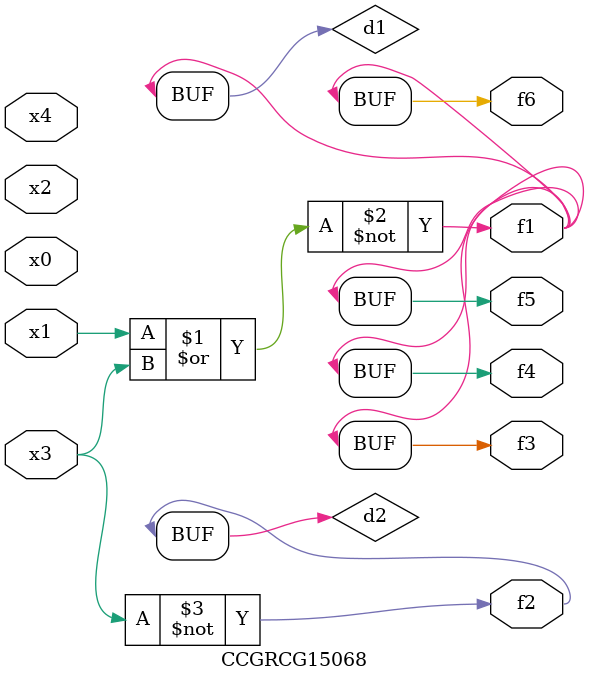
<source format=v>
module CCGRCG15068(
	input x0, x1, x2, x3, x4,
	output f1, f2, f3, f4, f5, f6
);

	wire d1, d2;

	nor (d1, x1, x3);
	not (d2, x3);
	assign f1 = d1;
	assign f2 = d2;
	assign f3 = d1;
	assign f4 = d1;
	assign f5 = d1;
	assign f6 = d1;
endmodule

</source>
